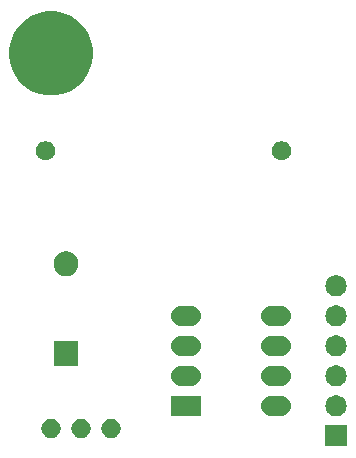
<source format=gbr>
G04 #@! TF.GenerationSoftware,KiCad,Pcbnew,(5.0.2)-1*
G04 #@! TF.CreationDate,2019-05-05T23:25:35-07:00*
G04 #@! TF.ProjectId,pic_beeper,7069635f-6265-4657-9065-722e6b696361,rev?*
G04 #@! TF.SameCoordinates,Original*
G04 #@! TF.FileFunction,Soldermask,Bot*
G04 #@! TF.FilePolarity,Negative*
%FSLAX46Y46*%
G04 Gerber Fmt 4.6, Leading zero omitted, Abs format (unit mm)*
G04 Created by KiCad (PCBNEW (5.0.2)-1) date 5/5/2019 11:25:35 PM*
%MOMM*%
%LPD*%
G01*
G04 APERTURE LIST*
%ADD10C,0.100000*%
G04 APERTURE END LIST*
D10*
G36*
X30111000Y-38366000D02*
X28309000Y-38366000D01*
X28309000Y-36564000D01*
X30111000Y-36564000D01*
X30111000Y-38366000D01*
X30111000Y-38366000D01*
G37*
G36*
X10397142Y-36048242D02*
X10545102Y-36109530D01*
X10678258Y-36198502D01*
X10791498Y-36311742D01*
X10880470Y-36444898D01*
X10941758Y-36592858D01*
X10973000Y-36749925D01*
X10973000Y-36910075D01*
X10941758Y-37067142D01*
X10880470Y-37215102D01*
X10791498Y-37348258D01*
X10678258Y-37461498D01*
X10545102Y-37550470D01*
X10397142Y-37611758D01*
X10240075Y-37643000D01*
X10079925Y-37643000D01*
X9922858Y-37611758D01*
X9774898Y-37550470D01*
X9641742Y-37461498D01*
X9528502Y-37348258D01*
X9439530Y-37215102D01*
X9378242Y-37067142D01*
X9347000Y-36910075D01*
X9347000Y-36749925D01*
X9378242Y-36592858D01*
X9439530Y-36444898D01*
X9528502Y-36311742D01*
X9641742Y-36198502D01*
X9774898Y-36109530D01*
X9922858Y-36048242D01*
X10079925Y-36017000D01*
X10240075Y-36017000D01*
X10397142Y-36048242D01*
X10397142Y-36048242D01*
G37*
G36*
X5317142Y-36048242D02*
X5465102Y-36109530D01*
X5598258Y-36198502D01*
X5711498Y-36311742D01*
X5800470Y-36444898D01*
X5861758Y-36592858D01*
X5893000Y-36749925D01*
X5893000Y-36910075D01*
X5861758Y-37067142D01*
X5800470Y-37215102D01*
X5711498Y-37348258D01*
X5598258Y-37461498D01*
X5465102Y-37550470D01*
X5317142Y-37611758D01*
X5160075Y-37643000D01*
X4999925Y-37643000D01*
X4842858Y-37611758D01*
X4694898Y-37550470D01*
X4561742Y-37461498D01*
X4448502Y-37348258D01*
X4359530Y-37215102D01*
X4298242Y-37067142D01*
X4267000Y-36910075D01*
X4267000Y-36749925D01*
X4298242Y-36592858D01*
X4359530Y-36444898D01*
X4448502Y-36311742D01*
X4561742Y-36198502D01*
X4694898Y-36109530D01*
X4842858Y-36048242D01*
X4999925Y-36017000D01*
X5160075Y-36017000D01*
X5317142Y-36048242D01*
X5317142Y-36048242D01*
G37*
G36*
X7857142Y-36048242D02*
X8005102Y-36109530D01*
X8138258Y-36198502D01*
X8251498Y-36311742D01*
X8340470Y-36444898D01*
X8401758Y-36592858D01*
X8433000Y-36749925D01*
X8433000Y-36910075D01*
X8401758Y-37067142D01*
X8340470Y-37215102D01*
X8251498Y-37348258D01*
X8138258Y-37461498D01*
X8005102Y-37550470D01*
X7857142Y-37611758D01*
X7700075Y-37643000D01*
X7539925Y-37643000D01*
X7382858Y-37611758D01*
X7234898Y-37550470D01*
X7101742Y-37461498D01*
X6988502Y-37348258D01*
X6899530Y-37215102D01*
X6838242Y-37067142D01*
X6807000Y-36910075D01*
X6807000Y-36749925D01*
X6838242Y-36592858D01*
X6899530Y-36444898D01*
X6988502Y-36311742D01*
X7101742Y-36198502D01*
X7234898Y-36109530D01*
X7382858Y-36048242D01*
X7539925Y-36017000D01*
X7700075Y-36017000D01*
X7857142Y-36048242D01*
X7857142Y-36048242D01*
G37*
G36*
X29320442Y-34030518D02*
X29386627Y-34037037D01*
X29499853Y-34071384D01*
X29556467Y-34088557D01*
X29643311Y-34134977D01*
X29712991Y-34172222D01*
X29748729Y-34201552D01*
X29850186Y-34284814D01*
X29933448Y-34386271D01*
X29962778Y-34422009D01*
X29962779Y-34422011D01*
X30046443Y-34578533D01*
X30063616Y-34635147D01*
X30097963Y-34748373D01*
X30115359Y-34925000D01*
X30097963Y-35101627D01*
X30063616Y-35214853D01*
X30046443Y-35271467D01*
X29977698Y-35400078D01*
X29962778Y-35427991D01*
X29933448Y-35463729D01*
X29850186Y-35565186D01*
X29748729Y-35648448D01*
X29712991Y-35677778D01*
X29712989Y-35677779D01*
X29556467Y-35761443D01*
X29549069Y-35763687D01*
X29386627Y-35812963D01*
X29320442Y-35819482D01*
X29254260Y-35826000D01*
X29165740Y-35826000D01*
X29099558Y-35819482D01*
X29033373Y-35812963D01*
X28870931Y-35763687D01*
X28863533Y-35761443D01*
X28707011Y-35677779D01*
X28707009Y-35677778D01*
X28671271Y-35648448D01*
X28569814Y-35565186D01*
X28486552Y-35463729D01*
X28457222Y-35427991D01*
X28442302Y-35400078D01*
X28373557Y-35271467D01*
X28356384Y-35214853D01*
X28322037Y-35101627D01*
X28304641Y-34925000D01*
X28322037Y-34748373D01*
X28356384Y-34635147D01*
X28373557Y-34578533D01*
X28457221Y-34422011D01*
X28457222Y-34422009D01*
X28486552Y-34386271D01*
X28569814Y-34284814D01*
X28671271Y-34201552D01*
X28707009Y-34172222D01*
X28776689Y-34134977D01*
X28863533Y-34088557D01*
X28920147Y-34071384D01*
X29033373Y-34037037D01*
X29099558Y-34030518D01*
X29165740Y-34024000D01*
X29254260Y-34024000D01*
X29320442Y-34030518D01*
X29320442Y-34030518D01*
G37*
G36*
X17761000Y-35776000D02*
X15259000Y-35776000D01*
X15259000Y-34074000D01*
X17761000Y-34074000D01*
X17761000Y-35776000D01*
X17761000Y-35776000D01*
G37*
G36*
X24696821Y-34086313D02*
X24696824Y-34086314D01*
X24696825Y-34086314D01*
X24857239Y-34134975D01*
X24857241Y-34134976D01*
X24857244Y-34134977D01*
X25005078Y-34213995D01*
X25134659Y-34320341D01*
X25241005Y-34449922D01*
X25320023Y-34597756D01*
X25320024Y-34597759D01*
X25320025Y-34597761D01*
X25365713Y-34748375D01*
X25368687Y-34758179D01*
X25385117Y-34925000D01*
X25368687Y-35091821D01*
X25368686Y-35091824D01*
X25368686Y-35091825D01*
X25365713Y-35101627D01*
X25320023Y-35252244D01*
X25241005Y-35400078D01*
X25134659Y-35529659D01*
X25005078Y-35636005D01*
X24857244Y-35715023D01*
X24857241Y-35715024D01*
X24857239Y-35715025D01*
X24696825Y-35763686D01*
X24696824Y-35763686D01*
X24696821Y-35763687D01*
X24571804Y-35776000D01*
X23688196Y-35776000D01*
X23563179Y-35763687D01*
X23563176Y-35763686D01*
X23563175Y-35763686D01*
X23402761Y-35715025D01*
X23402759Y-35715024D01*
X23402756Y-35715023D01*
X23254922Y-35636005D01*
X23125341Y-35529659D01*
X23018995Y-35400078D01*
X22939977Y-35252244D01*
X22894288Y-35101627D01*
X22891314Y-35091825D01*
X22891314Y-35091824D01*
X22891313Y-35091821D01*
X22874883Y-34925000D01*
X22891313Y-34758179D01*
X22894287Y-34748375D01*
X22939975Y-34597761D01*
X22939976Y-34597759D01*
X22939977Y-34597756D01*
X23018995Y-34449922D01*
X23125341Y-34320341D01*
X23254922Y-34213995D01*
X23402756Y-34134977D01*
X23402759Y-34134976D01*
X23402761Y-34134975D01*
X23563175Y-34086314D01*
X23563176Y-34086314D01*
X23563179Y-34086313D01*
X23688196Y-34074000D01*
X24571804Y-34074000D01*
X24696821Y-34086313D01*
X24696821Y-34086313D01*
G37*
G36*
X29320443Y-31490519D02*
X29386627Y-31497037D01*
X29498588Y-31531000D01*
X29556467Y-31548557D01*
X29643311Y-31594977D01*
X29712991Y-31632222D01*
X29748729Y-31661552D01*
X29850186Y-31744814D01*
X29933448Y-31846271D01*
X29962778Y-31882009D01*
X29962779Y-31882011D01*
X30046443Y-32038533D01*
X30063616Y-32095147D01*
X30097963Y-32208373D01*
X30115359Y-32385000D01*
X30097963Y-32561627D01*
X30063616Y-32674853D01*
X30046443Y-32731467D01*
X29977698Y-32860078D01*
X29962778Y-32887991D01*
X29933448Y-32923729D01*
X29850186Y-33025186D01*
X29748729Y-33108448D01*
X29712991Y-33137778D01*
X29712989Y-33137779D01*
X29556467Y-33221443D01*
X29549069Y-33223687D01*
X29386627Y-33272963D01*
X29320443Y-33279481D01*
X29254260Y-33286000D01*
X29165740Y-33286000D01*
X29099557Y-33279481D01*
X29033373Y-33272963D01*
X28870931Y-33223687D01*
X28863533Y-33221443D01*
X28707011Y-33137779D01*
X28707009Y-33137778D01*
X28671271Y-33108448D01*
X28569814Y-33025186D01*
X28486552Y-32923729D01*
X28457222Y-32887991D01*
X28442302Y-32860078D01*
X28373557Y-32731467D01*
X28356384Y-32674853D01*
X28322037Y-32561627D01*
X28304641Y-32385000D01*
X28322037Y-32208373D01*
X28356384Y-32095147D01*
X28373557Y-32038533D01*
X28457221Y-31882011D01*
X28457222Y-31882009D01*
X28486552Y-31846271D01*
X28569814Y-31744814D01*
X28671271Y-31661552D01*
X28707009Y-31632222D01*
X28776689Y-31594977D01*
X28863533Y-31548557D01*
X28921412Y-31531000D01*
X29033373Y-31497037D01*
X29099557Y-31490519D01*
X29165740Y-31484000D01*
X29254260Y-31484000D01*
X29320443Y-31490519D01*
X29320443Y-31490519D01*
G37*
G36*
X24696821Y-31546313D02*
X24696824Y-31546314D01*
X24696825Y-31546314D01*
X24857239Y-31594975D01*
X24857241Y-31594976D01*
X24857244Y-31594977D01*
X25005078Y-31673995D01*
X25134659Y-31780341D01*
X25241005Y-31909922D01*
X25320023Y-32057756D01*
X25320024Y-32057759D01*
X25320025Y-32057761D01*
X25365713Y-32208375D01*
X25368687Y-32218179D01*
X25385117Y-32385000D01*
X25368687Y-32551821D01*
X25368686Y-32551824D01*
X25368686Y-32551825D01*
X25365713Y-32561627D01*
X25320023Y-32712244D01*
X25241005Y-32860078D01*
X25134659Y-32989659D01*
X25005078Y-33096005D01*
X24857244Y-33175023D01*
X24857241Y-33175024D01*
X24857239Y-33175025D01*
X24696825Y-33223686D01*
X24696824Y-33223686D01*
X24696821Y-33223687D01*
X24571804Y-33236000D01*
X23688196Y-33236000D01*
X23563179Y-33223687D01*
X23563176Y-33223686D01*
X23563175Y-33223686D01*
X23402761Y-33175025D01*
X23402759Y-33175024D01*
X23402756Y-33175023D01*
X23254922Y-33096005D01*
X23125341Y-32989659D01*
X23018995Y-32860078D01*
X22939977Y-32712244D01*
X22894288Y-32561627D01*
X22891314Y-32551825D01*
X22891314Y-32551824D01*
X22891313Y-32551821D01*
X22874883Y-32385000D01*
X22891313Y-32218179D01*
X22894287Y-32208375D01*
X22939975Y-32057761D01*
X22939976Y-32057759D01*
X22939977Y-32057756D01*
X23018995Y-31909922D01*
X23125341Y-31780341D01*
X23254922Y-31673995D01*
X23402756Y-31594977D01*
X23402759Y-31594976D01*
X23402761Y-31594975D01*
X23563175Y-31546314D01*
X23563176Y-31546314D01*
X23563179Y-31546313D01*
X23688196Y-31534000D01*
X24571804Y-31534000D01*
X24696821Y-31546313D01*
X24696821Y-31546313D01*
G37*
G36*
X17076821Y-31546313D02*
X17076824Y-31546314D01*
X17076825Y-31546314D01*
X17237239Y-31594975D01*
X17237241Y-31594976D01*
X17237244Y-31594977D01*
X17385078Y-31673995D01*
X17514659Y-31780341D01*
X17621005Y-31909922D01*
X17700023Y-32057756D01*
X17700024Y-32057759D01*
X17700025Y-32057761D01*
X17745713Y-32208375D01*
X17748687Y-32218179D01*
X17765117Y-32385000D01*
X17748687Y-32551821D01*
X17748686Y-32551824D01*
X17748686Y-32551825D01*
X17745713Y-32561627D01*
X17700023Y-32712244D01*
X17621005Y-32860078D01*
X17514659Y-32989659D01*
X17385078Y-33096005D01*
X17237244Y-33175023D01*
X17237241Y-33175024D01*
X17237239Y-33175025D01*
X17076825Y-33223686D01*
X17076824Y-33223686D01*
X17076821Y-33223687D01*
X16951804Y-33236000D01*
X16068196Y-33236000D01*
X15943179Y-33223687D01*
X15943176Y-33223686D01*
X15943175Y-33223686D01*
X15782761Y-33175025D01*
X15782759Y-33175024D01*
X15782756Y-33175023D01*
X15634922Y-33096005D01*
X15505341Y-32989659D01*
X15398995Y-32860078D01*
X15319977Y-32712244D01*
X15274288Y-32561627D01*
X15271314Y-32551825D01*
X15271314Y-32551824D01*
X15271313Y-32551821D01*
X15254883Y-32385000D01*
X15271313Y-32218179D01*
X15274287Y-32208375D01*
X15319975Y-32057761D01*
X15319976Y-32057759D01*
X15319977Y-32057756D01*
X15398995Y-31909922D01*
X15505341Y-31780341D01*
X15634922Y-31673995D01*
X15782756Y-31594977D01*
X15782759Y-31594976D01*
X15782761Y-31594975D01*
X15943175Y-31546314D01*
X15943176Y-31546314D01*
X15943179Y-31546313D01*
X16068196Y-31534000D01*
X16951804Y-31534000D01*
X17076821Y-31546313D01*
X17076821Y-31546313D01*
G37*
G36*
X7401000Y-31531000D02*
X5299000Y-31531000D01*
X5299000Y-29429000D01*
X7401000Y-29429000D01*
X7401000Y-31531000D01*
X7401000Y-31531000D01*
G37*
G36*
X29320442Y-28950518D02*
X29386627Y-28957037D01*
X29499853Y-28991384D01*
X29556467Y-29008557D01*
X29643311Y-29054977D01*
X29712991Y-29092222D01*
X29748729Y-29121552D01*
X29850186Y-29204814D01*
X29933448Y-29306271D01*
X29962778Y-29342009D01*
X29962779Y-29342011D01*
X30046443Y-29498533D01*
X30063616Y-29555147D01*
X30097963Y-29668373D01*
X30115359Y-29845000D01*
X30097963Y-30021627D01*
X30063616Y-30134853D01*
X30046443Y-30191467D01*
X29977698Y-30320078D01*
X29962778Y-30347991D01*
X29933448Y-30383729D01*
X29850186Y-30485186D01*
X29748729Y-30568448D01*
X29712991Y-30597778D01*
X29712989Y-30597779D01*
X29556467Y-30681443D01*
X29549069Y-30683687D01*
X29386627Y-30732963D01*
X29320442Y-30739482D01*
X29254260Y-30746000D01*
X29165740Y-30746000D01*
X29099558Y-30739482D01*
X29033373Y-30732963D01*
X28870931Y-30683687D01*
X28863533Y-30681443D01*
X28707011Y-30597779D01*
X28707009Y-30597778D01*
X28671271Y-30568448D01*
X28569814Y-30485186D01*
X28486552Y-30383729D01*
X28457222Y-30347991D01*
X28442302Y-30320078D01*
X28373557Y-30191467D01*
X28356384Y-30134853D01*
X28322037Y-30021627D01*
X28304641Y-29845000D01*
X28322037Y-29668373D01*
X28356384Y-29555147D01*
X28373557Y-29498533D01*
X28457221Y-29342011D01*
X28457222Y-29342009D01*
X28486552Y-29306271D01*
X28569814Y-29204814D01*
X28671271Y-29121552D01*
X28707009Y-29092222D01*
X28776689Y-29054977D01*
X28863533Y-29008557D01*
X28920147Y-28991384D01*
X29033373Y-28957037D01*
X29099558Y-28950518D01*
X29165740Y-28944000D01*
X29254260Y-28944000D01*
X29320442Y-28950518D01*
X29320442Y-28950518D01*
G37*
G36*
X17076821Y-29006313D02*
X17076824Y-29006314D01*
X17076825Y-29006314D01*
X17237239Y-29054975D01*
X17237241Y-29054976D01*
X17237244Y-29054977D01*
X17385078Y-29133995D01*
X17514659Y-29240341D01*
X17621005Y-29369922D01*
X17700023Y-29517756D01*
X17700024Y-29517759D01*
X17700025Y-29517761D01*
X17745713Y-29668375D01*
X17748687Y-29678179D01*
X17765117Y-29845000D01*
X17748687Y-30011821D01*
X17748686Y-30011824D01*
X17748686Y-30011825D01*
X17745713Y-30021627D01*
X17700023Y-30172244D01*
X17621005Y-30320078D01*
X17514659Y-30449659D01*
X17385078Y-30556005D01*
X17237244Y-30635023D01*
X17237241Y-30635024D01*
X17237239Y-30635025D01*
X17076825Y-30683686D01*
X17076824Y-30683686D01*
X17076821Y-30683687D01*
X16951804Y-30696000D01*
X16068196Y-30696000D01*
X15943179Y-30683687D01*
X15943176Y-30683686D01*
X15943175Y-30683686D01*
X15782761Y-30635025D01*
X15782759Y-30635024D01*
X15782756Y-30635023D01*
X15634922Y-30556005D01*
X15505341Y-30449659D01*
X15398995Y-30320078D01*
X15319977Y-30172244D01*
X15274288Y-30021627D01*
X15271314Y-30011825D01*
X15271314Y-30011824D01*
X15271313Y-30011821D01*
X15254883Y-29845000D01*
X15271313Y-29678179D01*
X15274287Y-29668375D01*
X15319975Y-29517761D01*
X15319976Y-29517759D01*
X15319977Y-29517756D01*
X15398995Y-29369922D01*
X15505341Y-29240341D01*
X15634922Y-29133995D01*
X15782756Y-29054977D01*
X15782759Y-29054976D01*
X15782761Y-29054975D01*
X15943175Y-29006314D01*
X15943176Y-29006314D01*
X15943179Y-29006313D01*
X16068196Y-28994000D01*
X16951804Y-28994000D01*
X17076821Y-29006313D01*
X17076821Y-29006313D01*
G37*
G36*
X24696821Y-29006313D02*
X24696824Y-29006314D01*
X24696825Y-29006314D01*
X24857239Y-29054975D01*
X24857241Y-29054976D01*
X24857244Y-29054977D01*
X25005078Y-29133995D01*
X25134659Y-29240341D01*
X25241005Y-29369922D01*
X25320023Y-29517756D01*
X25320024Y-29517759D01*
X25320025Y-29517761D01*
X25365713Y-29668375D01*
X25368687Y-29678179D01*
X25385117Y-29845000D01*
X25368687Y-30011821D01*
X25368686Y-30011824D01*
X25368686Y-30011825D01*
X25365713Y-30021627D01*
X25320023Y-30172244D01*
X25241005Y-30320078D01*
X25134659Y-30449659D01*
X25005078Y-30556005D01*
X24857244Y-30635023D01*
X24857241Y-30635024D01*
X24857239Y-30635025D01*
X24696825Y-30683686D01*
X24696824Y-30683686D01*
X24696821Y-30683687D01*
X24571804Y-30696000D01*
X23688196Y-30696000D01*
X23563179Y-30683687D01*
X23563176Y-30683686D01*
X23563175Y-30683686D01*
X23402761Y-30635025D01*
X23402759Y-30635024D01*
X23402756Y-30635023D01*
X23254922Y-30556005D01*
X23125341Y-30449659D01*
X23018995Y-30320078D01*
X22939977Y-30172244D01*
X22894288Y-30021627D01*
X22891314Y-30011825D01*
X22891314Y-30011824D01*
X22891313Y-30011821D01*
X22874883Y-29845000D01*
X22891313Y-29678179D01*
X22894287Y-29668375D01*
X22939975Y-29517761D01*
X22939976Y-29517759D01*
X22939977Y-29517756D01*
X23018995Y-29369922D01*
X23125341Y-29240341D01*
X23254922Y-29133995D01*
X23402756Y-29054977D01*
X23402759Y-29054976D01*
X23402761Y-29054975D01*
X23563175Y-29006314D01*
X23563176Y-29006314D01*
X23563179Y-29006313D01*
X23688196Y-28994000D01*
X24571804Y-28994000D01*
X24696821Y-29006313D01*
X24696821Y-29006313D01*
G37*
G36*
X29320442Y-26410518D02*
X29386627Y-26417037D01*
X29499853Y-26451384D01*
X29556467Y-26468557D01*
X29643311Y-26514977D01*
X29712991Y-26552222D01*
X29748729Y-26581552D01*
X29850186Y-26664814D01*
X29933448Y-26766271D01*
X29962778Y-26802009D01*
X29962779Y-26802011D01*
X30046443Y-26958533D01*
X30063616Y-27015147D01*
X30097963Y-27128373D01*
X30115359Y-27305000D01*
X30097963Y-27481627D01*
X30063616Y-27594853D01*
X30046443Y-27651467D01*
X29977698Y-27780078D01*
X29962778Y-27807991D01*
X29933448Y-27843729D01*
X29850186Y-27945186D01*
X29748729Y-28028448D01*
X29712991Y-28057778D01*
X29712989Y-28057779D01*
X29556467Y-28141443D01*
X29549069Y-28143687D01*
X29386627Y-28192963D01*
X29320443Y-28199481D01*
X29254260Y-28206000D01*
X29165740Y-28206000D01*
X29099557Y-28199481D01*
X29033373Y-28192963D01*
X28870931Y-28143687D01*
X28863533Y-28141443D01*
X28707011Y-28057779D01*
X28707009Y-28057778D01*
X28671271Y-28028448D01*
X28569814Y-27945186D01*
X28486552Y-27843729D01*
X28457222Y-27807991D01*
X28442302Y-27780078D01*
X28373557Y-27651467D01*
X28356384Y-27594853D01*
X28322037Y-27481627D01*
X28304641Y-27305000D01*
X28322037Y-27128373D01*
X28356384Y-27015147D01*
X28373557Y-26958533D01*
X28457221Y-26802011D01*
X28457222Y-26802009D01*
X28486552Y-26766271D01*
X28569814Y-26664814D01*
X28671271Y-26581552D01*
X28707009Y-26552222D01*
X28776689Y-26514977D01*
X28863533Y-26468557D01*
X28920147Y-26451384D01*
X29033373Y-26417037D01*
X29099558Y-26410518D01*
X29165740Y-26404000D01*
X29254260Y-26404000D01*
X29320442Y-26410518D01*
X29320442Y-26410518D01*
G37*
G36*
X17076821Y-26466313D02*
X17076824Y-26466314D01*
X17076825Y-26466314D01*
X17237239Y-26514975D01*
X17237241Y-26514976D01*
X17237244Y-26514977D01*
X17385078Y-26593995D01*
X17514659Y-26700341D01*
X17621005Y-26829922D01*
X17700023Y-26977756D01*
X17700024Y-26977759D01*
X17700025Y-26977761D01*
X17745713Y-27128375D01*
X17748687Y-27138179D01*
X17765117Y-27305000D01*
X17748687Y-27471821D01*
X17748686Y-27471824D01*
X17748686Y-27471825D01*
X17745713Y-27481627D01*
X17700023Y-27632244D01*
X17621005Y-27780078D01*
X17514659Y-27909659D01*
X17385078Y-28016005D01*
X17237244Y-28095023D01*
X17237241Y-28095024D01*
X17237239Y-28095025D01*
X17076825Y-28143686D01*
X17076824Y-28143686D01*
X17076821Y-28143687D01*
X16951804Y-28156000D01*
X16068196Y-28156000D01*
X15943179Y-28143687D01*
X15943176Y-28143686D01*
X15943175Y-28143686D01*
X15782761Y-28095025D01*
X15782759Y-28095024D01*
X15782756Y-28095023D01*
X15634922Y-28016005D01*
X15505341Y-27909659D01*
X15398995Y-27780078D01*
X15319977Y-27632244D01*
X15274288Y-27481627D01*
X15271314Y-27471825D01*
X15271314Y-27471824D01*
X15271313Y-27471821D01*
X15254883Y-27305000D01*
X15271313Y-27138179D01*
X15274287Y-27128375D01*
X15319975Y-26977761D01*
X15319976Y-26977759D01*
X15319977Y-26977756D01*
X15398995Y-26829922D01*
X15505341Y-26700341D01*
X15634922Y-26593995D01*
X15782756Y-26514977D01*
X15782759Y-26514976D01*
X15782761Y-26514975D01*
X15943175Y-26466314D01*
X15943176Y-26466314D01*
X15943179Y-26466313D01*
X16068196Y-26454000D01*
X16951804Y-26454000D01*
X17076821Y-26466313D01*
X17076821Y-26466313D01*
G37*
G36*
X24696821Y-26466313D02*
X24696824Y-26466314D01*
X24696825Y-26466314D01*
X24857239Y-26514975D01*
X24857241Y-26514976D01*
X24857244Y-26514977D01*
X25005078Y-26593995D01*
X25134659Y-26700341D01*
X25241005Y-26829922D01*
X25320023Y-26977756D01*
X25320024Y-26977759D01*
X25320025Y-26977761D01*
X25365713Y-27128375D01*
X25368687Y-27138179D01*
X25385117Y-27305000D01*
X25368687Y-27471821D01*
X25368686Y-27471824D01*
X25368686Y-27471825D01*
X25365713Y-27481627D01*
X25320023Y-27632244D01*
X25241005Y-27780078D01*
X25134659Y-27909659D01*
X25005078Y-28016005D01*
X24857244Y-28095023D01*
X24857241Y-28095024D01*
X24857239Y-28095025D01*
X24696825Y-28143686D01*
X24696824Y-28143686D01*
X24696821Y-28143687D01*
X24571804Y-28156000D01*
X23688196Y-28156000D01*
X23563179Y-28143687D01*
X23563176Y-28143686D01*
X23563175Y-28143686D01*
X23402761Y-28095025D01*
X23402759Y-28095024D01*
X23402756Y-28095023D01*
X23254922Y-28016005D01*
X23125341Y-27909659D01*
X23018995Y-27780078D01*
X22939977Y-27632244D01*
X22894288Y-27481627D01*
X22891314Y-27471825D01*
X22891314Y-27471824D01*
X22891313Y-27471821D01*
X22874883Y-27305000D01*
X22891313Y-27138179D01*
X22894287Y-27128375D01*
X22939975Y-26977761D01*
X22939976Y-26977759D01*
X22939977Y-26977756D01*
X23018995Y-26829922D01*
X23125341Y-26700341D01*
X23254922Y-26593995D01*
X23402756Y-26514977D01*
X23402759Y-26514976D01*
X23402761Y-26514975D01*
X23563175Y-26466314D01*
X23563176Y-26466314D01*
X23563179Y-26466313D01*
X23688196Y-26454000D01*
X24571804Y-26454000D01*
X24696821Y-26466313D01*
X24696821Y-26466313D01*
G37*
G36*
X29320442Y-23870518D02*
X29386627Y-23877037D01*
X29499853Y-23911384D01*
X29556467Y-23928557D01*
X29695087Y-24002652D01*
X29712991Y-24012222D01*
X29748729Y-24041552D01*
X29850186Y-24124814D01*
X29933448Y-24226271D01*
X29962778Y-24262009D01*
X29962779Y-24262011D01*
X30046443Y-24418533D01*
X30046443Y-24418534D01*
X30097963Y-24588373D01*
X30115359Y-24765000D01*
X30097963Y-24941627D01*
X30063616Y-25054853D01*
X30046443Y-25111467D01*
X29972348Y-25250087D01*
X29962778Y-25267991D01*
X29933448Y-25303729D01*
X29850186Y-25405186D01*
X29748729Y-25488448D01*
X29712991Y-25517778D01*
X29712989Y-25517779D01*
X29556467Y-25601443D01*
X29499853Y-25618616D01*
X29386627Y-25652963D01*
X29320442Y-25659482D01*
X29254260Y-25666000D01*
X29165740Y-25666000D01*
X29099558Y-25659482D01*
X29033373Y-25652963D01*
X28920147Y-25618616D01*
X28863533Y-25601443D01*
X28707011Y-25517779D01*
X28707009Y-25517778D01*
X28671271Y-25488448D01*
X28569814Y-25405186D01*
X28486552Y-25303729D01*
X28457222Y-25267991D01*
X28447652Y-25250087D01*
X28373557Y-25111467D01*
X28356384Y-25054853D01*
X28322037Y-24941627D01*
X28304641Y-24765000D01*
X28322037Y-24588373D01*
X28373557Y-24418534D01*
X28373557Y-24418533D01*
X28457221Y-24262011D01*
X28457222Y-24262009D01*
X28486552Y-24226271D01*
X28569814Y-24124814D01*
X28671271Y-24041552D01*
X28707009Y-24012222D01*
X28724913Y-24002652D01*
X28863533Y-23928557D01*
X28920147Y-23911384D01*
X29033373Y-23877037D01*
X29099557Y-23870519D01*
X29165740Y-23864000D01*
X29254260Y-23864000D01*
X29320442Y-23870518D01*
X29320442Y-23870518D01*
G37*
G36*
X6656565Y-21869389D02*
X6847834Y-21948615D01*
X7019976Y-22063637D01*
X7166363Y-22210024D01*
X7281385Y-22382166D01*
X7360611Y-22573435D01*
X7401000Y-22776484D01*
X7401000Y-22983516D01*
X7360611Y-23186565D01*
X7281385Y-23377834D01*
X7166363Y-23549976D01*
X7019976Y-23696363D01*
X6847834Y-23811385D01*
X6656565Y-23890611D01*
X6453516Y-23931000D01*
X6246484Y-23931000D01*
X6043435Y-23890611D01*
X5852166Y-23811385D01*
X5680024Y-23696363D01*
X5533637Y-23549976D01*
X5418615Y-23377834D01*
X5339389Y-23186565D01*
X5299000Y-22983516D01*
X5299000Y-22776484D01*
X5339389Y-22573435D01*
X5418615Y-22382166D01*
X5533637Y-22210024D01*
X5680024Y-22063637D01*
X5852166Y-21948615D01*
X6043435Y-21869389D01*
X6246484Y-21829000D01*
X6453516Y-21829000D01*
X6656565Y-21869389D01*
X6656565Y-21869389D01*
G37*
G36*
X4842142Y-12553242D02*
X4990102Y-12614530D01*
X5123258Y-12703502D01*
X5236498Y-12816742D01*
X5325470Y-12949898D01*
X5386758Y-13097858D01*
X5418000Y-13254925D01*
X5418000Y-13415075D01*
X5386758Y-13572142D01*
X5325470Y-13720102D01*
X5236498Y-13853258D01*
X5123258Y-13966498D01*
X4990102Y-14055470D01*
X4842142Y-14116758D01*
X4685075Y-14148000D01*
X4524925Y-14148000D01*
X4367858Y-14116758D01*
X4219898Y-14055470D01*
X4086742Y-13966498D01*
X3973502Y-13853258D01*
X3884530Y-13720102D01*
X3823242Y-13572142D01*
X3792000Y-13415075D01*
X3792000Y-13254925D01*
X3823242Y-13097858D01*
X3884530Y-12949898D01*
X3973502Y-12816742D01*
X4086742Y-12703502D01*
X4219898Y-12614530D01*
X4367858Y-12553242D01*
X4524925Y-12522000D01*
X4685075Y-12522000D01*
X4842142Y-12553242D01*
X4842142Y-12553242D01*
G37*
G36*
X24842142Y-12553242D02*
X24990102Y-12614530D01*
X25123258Y-12703502D01*
X25236498Y-12816742D01*
X25325470Y-12949898D01*
X25386758Y-13097858D01*
X25418000Y-13254925D01*
X25418000Y-13415075D01*
X25386758Y-13572142D01*
X25325470Y-13720102D01*
X25236498Y-13853258D01*
X25123258Y-13966498D01*
X24990102Y-14055470D01*
X24842142Y-14116758D01*
X24685075Y-14148000D01*
X24524925Y-14148000D01*
X24367858Y-14116758D01*
X24219898Y-14055470D01*
X24086742Y-13966498D01*
X23973502Y-13853258D01*
X23884530Y-13720102D01*
X23823242Y-13572142D01*
X23792000Y-13415075D01*
X23792000Y-13254925D01*
X23823242Y-13097858D01*
X23884530Y-12949898D01*
X23973502Y-12816742D01*
X24086742Y-12703502D01*
X24219898Y-12614530D01*
X24367858Y-12553242D01*
X24524925Y-12522000D01*
X24685075Y-12522000D01*
X24842142Y-12553242D01*
X24842142Y-12553242D01*
G37*
G36*
X6115786Y-1665462D02*
X6115788Y-1665463D01*
X6115789Y-1665463D01*
X6762029Y-1933144D01*
X6762030Y-1933145D01*
X7343634Y-2321760D01*
X7838240Y-2816366D01*
X7838242Y-2816369D01*
X8226856Y-3397971D01*
X8494537Y-4044211D01*
X8631000Y-4730257D01*
X8631000Y-5429743D01*
X8494537Y-6115789D01*
X8226856Y-6762029D01*
X8226855Y-6762030D01*
X7838240Y-7343634D01*
X7343634Y-7838240D01*
X7343631Y-7838242D01*
X6762029Y-8226856D01*
X6115789Y-8494537D01*
X6115788Y-8494537D01*
X6115786Y-8494538D01*
X5429744Y-8631000D01*
X4730256Y-8631000D01*
X4044214Y-8494538D01*
X4044212Y-8494537D01*
X4044211Y-8494537D01*
X3397971Y-8226856D01*
X2816369Y-7838242D01*
X2816366Y-7838240D01*
X2321760Y-7343634D01*
X1933145Y-6762030D01*
X1933144Y-6762029D01*
X1665463Y-6115789D01*
X1529000Y-5429743D01*
X1529000Y-4730257D01*
X1665463Y-4044211D01*
X1933144Y-3397971D01*
X2321758Y-2816369D01*
X2321760Y-2816366D01*
X2816366Y-2321760D01*
X3397970Y-1933145D01*
X3397971Y-1933144D01*
X4044211Y-1665463D01*
X4044212Y-1665463D01*
X4044214Y-1665462D01*
X4730256Y-1529000D01*
X5429744Y-1529000D01*
X6115786Y-1665462D01*
X6115786Y-1665462D01*
G37*
M02*

</source>
